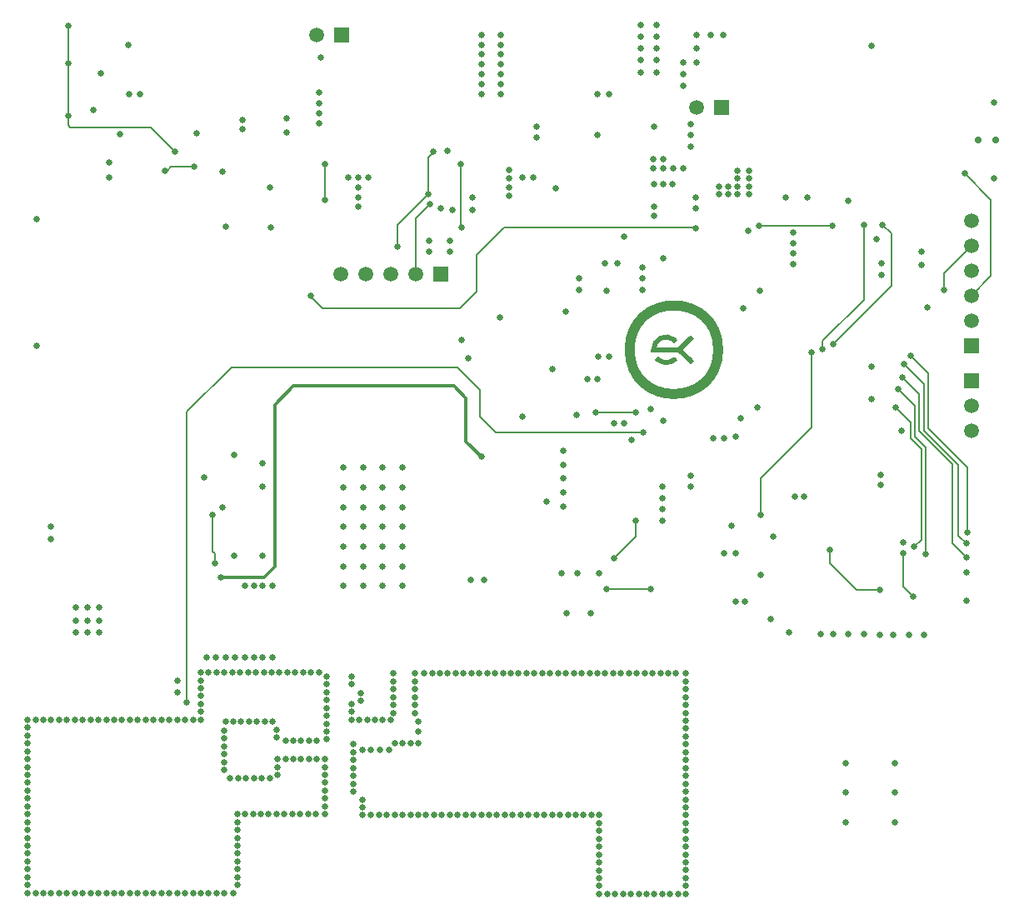
<source format=gbr>
%TF.GenerationSoftware,Altium Limited,Altium Designer,20.2.6 (244)*%
G04 Layer_Physical_Order=4*
G04 Layer_Color=16711680*
%FSLAX45Y45*%
%MOMM*%
%TF.SameCoordinates,65E78103-6D03-462D-AAE3-041F84C347C7*%
%TF.FilePolarity,Positive*%
%TF.FileFunction,Copper,L4,Bot,Signal*%
%TF.Part,Single*%
G01*
G75*
%TA.AperFunction,Conductor*%
%ADD76C,0.30000*%
%ADD77C,0.20000*%
%TA.AperFunction,ComponentPad*%
%ADD80R,1.50000X1.50000*%
%ADD81C,1.50000*%
%ADD82C,0.70000*%
%ADD83R,1.50000X1.50000*%
%TA.AperFunction,ViaPad*%
%ADD84C,0.65000*%
%TA.AperFunction,NonConductor*%
%ADD85C,0.50000*%
%ADD86C,1.00000*%
G36*
X6860008Y5714992D02*
X6822003Y5676996D01*
X6786994Y5712006D01*
X6824998Y5750001D01*
X6860008Y5714992D01*
D02*
G37*
G36*
X6696998Y5701002D02*
X6662001Y5665999D01*
X6644000Y5684000D01*
X6678000Y5720000D01*
X6696998Y5701002D01*
D02*
G37*
G36*
X6460000Y5575000D02*
X6425000D01*
Y5600000D01*
X6460000D01*
Y5575000D01*
D02*
G37*
G36*
X6515142Y5516857D02*
X6480152Y5481848D01*
X6462503Y5499496D01*
X6497494Y5534506D01*
X6515142Y5516857D01*
D02*
G37*
G36*
X6696026Y5498974D02*
X6677999Y5480001D01*
X6647000Y5519000D01*
X6661493Y5533507D01*
X6696026Y5498974D01*
D02*
G37*
G36*
X6860004Y5484996D02*
X6824999Y5450001D01*
X6807500Y5467500D01*
X6842505Y5502495D01*
X6860004Y5484996D01*
D02*
G37*
D76*
X4540000Y4670000D02*
X4700000Y4510000D01*
X4540000Y4670000D02*
Y5110000D01*
X4420000Y5230000D02*
X4540000Y5110000D01*
X2600000Y5040000D02*
X2790000Y5230000D01*
X4420000D01*
X2600000Y3400000D02*
Y5040000D01*
X2050000Y3290000D02*
X2490000D01*
X2600000Y3400000D01*
D77*
X1342500Y7857500D02*
X1590000Y7610000D01*
X500000Y7880000D02*
X522500Y7857500D01*
X1342500D01*
X1710000Y4970000D02*
X2160000Y5420000D01*
X1710000Y2020000D02*
Y4970000D01*
X9680000Y6148000D02*
X9880000Y6348000D01*
Y7120000D01*
X9610000Y7390000D02*
X9880000Y7120000D01*
X4930000Y6840000D02*
X6872500D01*
X6880000Y6832500D01*
X4690000Y4920000D02*
Y5190000D01*
Y4920000D02*
X4850000Y4760000D01*
X4460000Y5420000D02*
X4690000Y5190000D01*
X4850000Y4760000D02*
X6350000D01*
X9400000Y6210500D02*
Y6376000D01*
X2970000Y6140000D02*
Y6150000D01*
Y6140000D02*
X3090000Y6020000D01*
X1990000Y3430000D02*
Y3532530D01*
X1970000Y3552530D02*
X1990000Y3532530D01*
X1970000Y3552530D02*
Y3920000D01*
X8280000Y5660000D02*
X8870000Y6250000D01*
X8780000Y6870000D02*
X8870000Y6780000D01*
Y6250000D02*
Y6780000D01*
X6270000Y3700000D02*
Y3860000D01*
X6050000Y3480000D02*
X6270000Y3700000D01*
X4490000Y6850000D02*
Y7490000D01*
Y6850000D02*
X4500000Y6840000D01*
X3110000Y7120000D02*
Y7490000D01*
X4034000Y6370000D02*
Y6934000D01*
X4180000Y7080000D01*
X3850000Y6870000D02*
X4160000Y7180000D01*
Y7557470D01*
X4210000Y7607470D01*
Y7610000D01*
X3850000Y6650000D02*
Y6870000D01*
X2160000Y5420000D02*
X4460000D01*
X5970000Y3170000D02*
X6420000D01*
X5860000Y4960000D02*
X6270000D01*
X500000Y8510000D02*
Y8890000D01*
Y7980000D02*
Y8510000D01*
Y7880000D02*
Y7980000D01*
X1547589Y7460000D02*
X1780000D01*
X1507589Y7420000D02*
X1547589Y7460000D01*
X1490000Y7420000D02*
X1507589D01*
X3090000Y6020000D02*
X4480000D01*
X4650000Y6190000D02*
Y6560000D01*
X4480000Y6020000D02*
X4650000Y6190000D01*
Y6560000D02*
X4930000Y6840000D01*
X7540000Y3920000D02*
Y4290000D01*
X8060000Y4810000D01*
X9100000Y3600000D02*
X9170000Y3670000D01*
Y4590000D01*
X9060000Y4700000D02*
X9170000Y4590000D01*
X9060000Y4700000D02*
Y4860000D01*
X8910000Y5010000D02*
X9060000Y4860000D01*
X9110000Y4720000D02*
Y5030000D01*
X8980000Y5320000D02*
X9150000Y5150000D01*
X8940000Y5200000D02*
X9110000Y5030000D01*
X9150000Y4775459D02*
Y5150000D01*
X9200000Y4780000D02*
Y5250000D01*
X9000000Y5450000D02*
X9200000Y5250000D01*
X9220000Y3520000D02*
Y4610000D01*
X9110000Y4720000D02*
X9220000Y4610000D01*
X9150000Y4775459D02*
X9490000Y4435459D01*
Y3630000D02*
Y4435459D01*
Y3630000D02*
X9630000Y3490000D01*
X9200000Y4780000D02*
X9550000Y4430000D01*
Y3710000D02*
Y4430000D01*
X8060000Y4810000D02*
Y5570000D01*
X9550000Y3710000D02*
X9630000Y3630000D01*
X8990000Y3190000D02*
Y3530000D01*
Y3190000D02*
X9090000Y3090000D01*
X8240000Y3430000D02*
X8509999Y3160001D01*
X8240000Y3430000D02*
Y3570000D01*
X8509999Y3160001D02*
X8750001D01*
X8590000Y6110000D02*
Y6870000D01*
X8170000Y5690000D02*
X8590000Y6110000D01*
X8170000Y5610000D02*
Y5690000D01*
X9400000Y6376000D02*
X9680000Y6656000D01*
X9640000Y3740000D02*
Y4400000D01*
X9240000Y4800000D02*
X9640000Y4400000D01*
X9240000Y4800000D02*
Y5360000D01*
X9060000Y5540000D02*
X9240000Y5360000D01*
X7520000Y6860000D02*
X8270000D01*
D80*
X7140000Y8060000D02*
D03*
X4288000Y6370000D02*
D03*
X3284000Y8800000D02*
D03*
D81*
X6886000Y8060000D02*
D03*
X3272000Y6370000D02*
D03*
X3526000D02*
D03*
X3780000D02*
D03*
X4034000D02*
D03*
X3030000Y8800000D02*
D03*
X9680000Y4776000D02*
D03*
Y5030000D02*
D03*
Y5894000D02*
D03*
Y6148000D02*
D03*
Y6402000D02*
D03*
Y6656000D02*
D03*
Y6910000D02*
D03*
D82*
X9750000Y7730000D02*
D03*
X9930000D02*
D03*
D83*
X9680000Y5284000D02*
D03*
Y5640000D02*
D03*
D84*
X920000Y7500000D02*
D03*
Y7350000D02*
D03*
X2100000Y6850000D02*
D03*
X2070000Y7412500D02*
D03*
X2550000Y7250000D02*
D03*
X2560000Y6840000D02*
D03*
X1030000Y7790000D02*
D03*
X180000Y5640000D02*
D03*
Y6930000D02*
D03*
X3130000Y2200000D02*
D03*
Y2280000D02*
D03*
X3380000Y2280000D02*
D03*
X4360000Y7620000D02*
D03*
X6460000Y7050000D02*
D03*
Y6960000D02*
D03*
X2340000Y1820000D02*
D03*
X2710000Y1630000D02*
D03*
X2480000Y3510000D02*
D03*
X2190000D02*
D03*
X2300000Y3200000D02*
D03*
X2390000D02*
D03*
X4610000Y7020000D02*
D03*
Y7150000D02*
D03*
X4380000Y6600000D02*
D03*
Y6710000D02*
D03*
X4170000Y6600000D02*
D03*
X7890000Y4110000D02*
D03*
X3050000Y2320000D02*
D03*
X2970000D02*
D03*
X2890000D02*
D03*
X2810000D02*
D03*
X1930000Y2320000D02*
D03*
X2570000Y2320000D02*
D03*
X2650000D02*
D03*
X2730000D02*
D03*
X2010000D02*
D03*
X2090000D02*
D03*
X2170000D02*
D03*
X2250000D02*
D03*
X2330000D02*
D03*
X2410000D02*
D03*
X2490000D02*
D03*
X1850000Y2320000D02*
D03*
X1850000Y2240000D02*
D03*
Y2160000D02*
D03*
Y2080000D02*
D03*
Y2000000D02*
D03*
Y1920000D02*
D03*
Y1840000D02*
D03*
X1210000Y1840000D02*
D03*
X1130000D02*
D03*
X1050000D02*
D03*
X1770000D02*
D03*
X1690000D02*
D03*
X1610000D02*
D03*
X1530000D02*
D03*
X1450000D02*
D03*
X1370000D02*
D03*
X1290000D02*
D03*
X970000Y1840000D02*
D03*
X330000Y1840000D02*
D03*
X250000D02*
D03*
X170000D02*
D03*
X890000D02*
D03*
X810000D02*
D03*
X730000D02*
D03*
X650000D02*
D03*
X570000D02*
D03*
X490000D02*
D03*
X410000D02*
D03*
X90000Y1040000D02*
D03*
X90000Y1680000D02*
D03*
Y1760000D02*
D03*
Y1840000D02*
D03*
Y1120000D02*
D03*
Y1200000D02*
D03*
Y1280000D02*
D03*
Y1360000D02*
D03*
Y1440000D02*
D03*
Y1520000D02*
D03*
Y1600000D02*
D03*
X90000Y160000D02*
D03*
X90000Y800000D02*
D03*
Y880000D02*
D03*
Y960000D02*
D03*
Y240000D02*
D03*
Y320000D02*
D03*
Y400000D02*
D03*
Y480000D02*
D03*
Y560000D02*
D03*
Y640000D02*
D03*
Y720000D02*
D03*
X170000Y80000D02*
D03*
X250000D02*
D03*
X330000D02*
D03*
X90000D02*
D03*
X410000Y80000D02*
D03*
X1050000Y80000D02*
D03*
X1130000D02*
D03*
X1210000D02*
D03*
X490000D02*
D03*
X570000D02*
D03*
X650000D02*
D03*
X730000D02*
D03*
X810000D02*
D03*
X890000D02*
D03*
X970000D02*
D03*
X1290000Y80000D02*
D03*
X1930000Y80000D02*
D03*
X2010000D02*
D03*
X2090000D02*
D03*
X1370000D02*
D03*
X1450000D02*
D03*
X1530000D02*
D03*
X1610000D02*
D03*
X1690000D02*
D03*
X1770000D02*
D03*
X1850000D02*
D03*
X5880000Y2310000D02*
D03*
X6520000Y2310000D02*
D03*
X6600000D02*
D03*
X6680000D02*
D03*
X5960000D02*
D03*
X6040000D02*
D03*
X6120000D02*
D03*
X6200000D02*
D03*
X6280000D02*
D03*
X6360000D02*
D03*
X6440000D02*
D03*
X5000000Y2310000D02*
D03*
X5640000Y2310000D02*
D03*
X5720000D02*
D03*
X5800000D02*
D03*
X5080000D02*
D03*
X5160000D02*
D03*
X5240000D02*
D03*
X5320000D02*
D03*
X5400000D02*
D03*
X5480000D02*
D03*
X5560000D02*
D03*
X4120000Y2310000D02*
D03*
X4760000Y2310000D02*
D03*
X4840000D02*
D03*
X4920000D02*
D03*
X4200000D02*
D03*
X4280000D02*
D03*
X4360000D02*
D03*
X4440000D02*
D03*
X4520000D02*
D03*
X4600000D02*
D03*
X4680000D02*
D03*
X6780000Y2070000D02*
D03*
Y1990000D02*
D03*
Y1910000D02*
D03*
Y2310000D02*
D03*
Y2230000D02*
D03*
Y2150000D02*
D03*
X6780000Y1830000D02*
D03*
X6780000Y1190000D02*
D03*
Y1110000D02*
D03*
Y1030000D02*
D03*
Y1750000D02*
D03*
Y1670000D02*
D03*
Y1590000D02*
D03*
Y1510000D02*
D03*
Y1430000D02*
D03*
Y1350000D02*
D03*
Y1270000D02*
D03*
X6780006Y951222D02*
D03*
X6780007Y311222D02*
D03*
Y231222D02*
D03*
Y151222D02*
D03*
Y871222D02*
D03*
Y791222D02*
D03*
Y711222D02*
D03*
Y631222D02*
D03*
Y551222D02*
D03*
Y471222D02*
D03*
Y391222D02*
D03*
X6780000Y70000D02*
D03*
X6700000Y70000D02*
D03*
X6060000Y70000D02*
D03*
X5980000D02*
D03*
X5900000D02*
D03*
X6620000D02*
D03*
X6540000D02*
D03*
X6460000D02*
D03*
X6380000D02*
D03*
X6300000D02*
D03*
X6220000D02*
D03*
X6140000D02*
D03*
X8720000Y6720000D02*
D03*
X1120000Y8200000D02*
D03*
X3480000Y2030000D02*
D03*
Y2110000D02*
D03*
X3760000Y1530000D02*
D03*
X3670000D02*
D03*
X3580000D02*
D03*
X5420000Y5400000D02*
D03*
X7790000Y7150000D02*
D03*
X2720000Y7810000D02*
D03*
X7240000Y3810000D02*
D03*
X8760000Y4330000D02*
D03*
Y4230000D02*
D03*
X8970000Y4780000D02*
D03*
X8670000Y5100000D02*
D03*
Y5430000D02*
D03*
X7360000Y6020000D02*
D03*
X6150000Y6750000D02*
D03*
X5460000Y7240000D02*
D03*
X5120000Y7350000D02*
D03*
X5230000D02*
D03*
X4700000Y8200000D02*
D03*
Y8300000D02*
D03*
Y8400000D02*
D03*
Y8500000D02*
D03*
Y8600000D02*
D03*
Y8700000D02*
D03*
Y8800000D02*
D03*
X4900000D02*
D03*
Y8700000D02*
D03*
Y8600000D02*
D03*
Y8500000D02*
D03*
Y8400000D02*
D03*
Y8300000D02*
D03*
Y8200000D02*
D03*
X6750000Y8280000D02*
D03*
Y8400000D02*
D03*
Y8520000D02*
D03*
X6890000D02*
D03*
Y8660000D02*
D03*
Y8800000D02*
D03*
X7030000D02*
D03*
X7160000D02*
D03*
X6830000Y7890000D02*
D03*
Y7780000D02*
D03*
Y7660000D02*
D03*
X7410000Y6810000D02*
D03*
X7870000Y6470000D02*
D03*
Y6580000D02*
D03*
Y6680000D02*
D03*
Y6790000D02*
D03*
X8010000Y7150000D02*
D03*
X8430000Y7110000D02*
D03*
X9170000Y6600000D02*
D03*
X9910000Y7340000D02*
D03*
Y8110000D02*
D03*
X8670000Y8690000D02*
D03*
X6420000Y5000000D02*
D03*
X7290000Y4720000D02*
D03*
X7170000Y4700000D02*
D03*
X7060000D02*
D03*
X7340000Y4900000D02*
D03*
X8900000Y1100000D02*
D03*
X8400000D02*
D03*
Y800000D02*
D03*
X8900000D02*
D03*
Y1400000D02*
D03*
X8400000D02*
D03*
X7640000Y2860000D02*
D03*
X7830000Y2730000D02*
D03*
X8150000Y2710000D02*
D03*
X8280000D02*
D03*
X8430000D02*
D03*
X8590000D02*
D03*
X8750000Y2700000D02*
D03*
X8890000D02*
D03*
X9050000D02*
D03*
X9200000D02*
D03*
X9630000Y3050000D02*
D03*
Y3340000D02*
D03*
X8990000Y3640000D02*
D03*
X5530000Y4150000D02*
D03*
Y4290000D02*
D03*
Y4430000D02*
D03*
Y4570000D02*
D03*
X5360000Y4060000D02*
D03*
X5530000Y4010000D02*
D03*
X5900000Y3330000D02*
D03*
X5680000D02*
D03*
X5520000D02*
D03*
X5810000Y2920000D02*
D03*
X5570000D02*
D03*
X4590000Y3260000D02*
D03*
X4730000D02*
D03*
X3700000Y3400000D02*
D03*
X3500000D02*
D03*
X3300000D02*
D03*
Y3200000D02*
D03*
X3500000D02*
D03*
X3700000D02*
D03*
X3900000D02*
D03*
Y3400000D02*
D03*
Y3600000D02*
D03*
X3700000D02*
D03*
X3500000D02*
D03*
X3300000D02*
D03*
Y3800000D02*
D03*
X3500000D02*
D03*
X3700000D02*
D03*
X3900000D02*
D03*
Y4000000D02*
D03*
X3700000D02*
D03*
X3500000D02*
D03*
X3300000D02*
D03*
Y4200000D02*
D03*
X3500000D02*
D03*
X3700000D02*
D03*
X3900000D02*
D03*
Y4400000D02*
D03*
X3700000D02*
D03*
X3500000D02*
D03*
X3300000D02*
D03*
X330000Y3800000D02*
D03*
Y3680000D02*
D03*
X1610000Y2120000D02*
D03*
Y2240000D02*
D03*
X1910000Y2470000D02*
D03*
X2000000D02*
D03*
X2100000D02*
D03*
X2200000D02*
D03*
X2300000D02*
D03*
X2390000D02*
D03*
X2480000D02*
D03*
X2580000D02*
D03*
X2480000Y3200000D02*
D03*
X2580000D02*
D03*
X2070000Y4000000D02*
D03*
X2480000Y4210000D02*
D03*
Y4450000D02*
D03*
X2190000Y4530000D02*
D03*
X1880000Y4300000D02*
D03*
X4170000Y6710000D02*
D03*
X4410000Y7020000D02*
D03*
X4290000Y7040000D02*
D03*
X4890000Y5930000D02*
D03*
X5690000Y6210000D02*
D03*
Y6330000D02*
D03*
X5560000Y5990000D02*
D03*
X5120000Y4920000D02*
D03*
X5670000Y4940000D02*
D03*
X6000000Y5530000D02*
D03*
X5890000D02*
D03*
X5970000Y6200000D02*
D03*
X5960000Y6480000D02*
D03*
X6080000D02*
D03*
X6550000Y6530000D02*
D03*
X6460000Y7870000D02*
D03*
X5880000Y7780000D02*
D03*
Y8200000D02*
D03*
X6000000D02*
D03*
X5260000Y7760000D02*
D03*
Y7870000D02*
D03*
X3450000Y7050000D02*
D03*
X3550000Y7350000D02*
D03*
X3450000Y7150000D02*
D03*
Y7250000D02*
D03*
Y7350000D02*
D03*
X3350000D02*
D03*
X3050000Y7900000D02*
D03*
Y8000000D02*
D03*
Y8100000D02*
D03*
Y8210000D02*
D03*
X3070000Y8570000D02*
D03*
X1810000Y7800000D02*
D03*
X1230000Y8200000D02*
D03*
X1110000Y8700000D02*
D03*
X760001Y8040000D02*
D03*
X830000Y8410000D02*
D03*
X2270000Y7840000D02*
D03*
X2270000Y7932501D02*
D03*
X6880000Y7040000D02*
D03*
Y7150000D02*
D03*
X8770000Y6360000D02*
D03*
Y6480000D02*
D03*
X7287500Y3040000D02*
D03*
X7380000Y3040000D02*
D03*
X7540000Y3310000D02*
D03*
X7670000Y3700000D02*
D03*
X7980000Y4110000D02*
D03*
X6540000Y4210000D02*
D03*
Y4090000D02*
D03*
Y3980000D02*
D03*
Y3860000D02*
D03*
X6320000Y8420000D02*
D03*
X6480000D02*
D03*
X6320000Y8540000D02*
D03*
X6480000D02*
D03*
Y8660000D02*
D03*
X6320000D02*
D03*
Y8780000D02*
D03*
X6480000D02*
D03*
Y8900000D02*
D03*
X6320000D02*
D03*
X3810000Y2310000D02*
D03*
Y2230000D02*
D03*
Y2150000D02*
D03*
Y2070000D02*
D03*
Y1990000D02*
D03*
Y1910000D02*
D03*
X4030000Y2310000D02*
D03*
Y2230000D02*
D03*
Y2150000D02*
D03*
Y2070000D02*
D03*
Y1990000D02*
D03*
Y1910000D02*
D03*
X4060000Y1820000D02*
D03*
X3460000Y1840000D02*
D03*
X3540000D02*
D03*
X3620000D02*
D03*
X3700000D02*
D03*
X3780000D02*
D03*
X3980000Y1600000D02*
D03*
X4060000D02*
D03*
Y1720000D02*
D03*
X3490000Y1530000D02*
D03*
X3820000Y1600000D02*
D03*
X3900000D02*
D03*
X2220000Y240000D02*
D03*
Y160000D02*
D03*
X2180000Y80000D02*
D03*
X2220000Y800000D02*
D03*
Y720000D02*
D03*
Y640000D02*
D03*
Y560000D02*
D03*
Y480000D02*
D03*
Y400000D02*
D03*
Y320000D02*
D03*
X2460000Y880000D02*
D03*
X2380000D02*
D03*
X2300000D02*
D03*
X2220000D02*
D03*
X3020000D02*
D03*
X2940000D02*
D03*
X2860000D02*
D03*
X2780000D02*
D03*
X2700000D02*
D03*
X2620000D02*
D03*
X2540000D02*
D03*
X5900000Y390000D02*
D03*
Y470000D02*
D03*
Y550000D02*
D03*
Y630000D02*
D03*
Y710000D02*
D03*
Y790000D02*
D03*
Y870000D02*
D03*
Y150000D02*
D03*
Y230000D02*
D03*
Y310000D02*
D03*
X5740000Y870000D02*
D03*
X5820000D02*
D03*
X5100000D02*
D03*
X5020000D02*
D03*
X4940000D02*
D03*
X4860000D02*
D03*
X4780000D02*
D03*
X4700000D02*
D03*
X4620000D02*
D03*
X5660000D02*
D03*
X5580000D02*
D03*
X5500000D02*
D03*
X5420000D02*
D03*
X5340000D02*
D03*
X5260000D02*
D03*
X5180000D02*
D03*
X4060000D02*
D03*
X4140000D02*
D03*
X4220000D02*
D03*
X4300000D02*
D03*
X4380000D02*
D03*
X4460000D02*
D03*
X4540000D02*
D03*
X3580000D02*
D03*
X3660000D02*
D03*
X3740000D02*
D03*
X3820000D02*
D03*
X3900000D02*
D03*
X3980000D02*
D03*
X3490000Y1030000D02*
D03*
Y950000D02*
D03*
Y870000D02*
D03*
X3400000Y1110000D02*
D03*
Y1190000D02*
D03*
Y1270000D02*
D03*
Y1350000D02*
D03*
Y1430000D02*
D03*
Y1510000D02*
D03*
Y1590000D02*
D03*
X3380000Y2200000D02*
D03*
X3380000Y2000000D02*
D03*
Y1920000D02*
D03*
Y1840000D02*
D03*
X3130000Y2120000D02*
D03*
Y2040000D02*
D03*
Y1960000D02*
D03*
Y1880000D02*
D03*
Y1800000D02*
D03*
Y1720000D02*
D03*
Y1640000D02*
D03*
X3030000Y1630000D02*
D03*
X2950000D02*
D03*
X2870000D02*
D03*
X2790000D02*
D03*
X2620000Y1660000D02*
D03*
X2420000Y1820000D02*
D03*
X2500000D02*
D03*
X2580000D02*
D03*
X2620000Y1740000D02*
D03*
X2100000Y1820000D02*
D03*
X2180000D02*
D03*
X2260000D02*
D03*
X2090000Y1730000D02*
D03*
Y1650000D02*
D03*
Y1570000D02*
D03*
Y1490000D02*
D03*
Y1410000D02*
D03*
Y1330000D02*
D03*
X2150000Y1250000D02*
D03*
X2230000D02*
D03*
X2310000D02*
D03*
X2390000D02*
D03*
X2470000D02*
D03*
X2550000D02*
D03*
X2630000Y1280000D02*
D03*
Y1360000D02*
D03*
Y1440000D02*
D03*
X2710000D02*
D03*
X2790000D02*
D03*
X2870000D02*
D03*
X2950000D02*
D03*
X3030000D02*
D03*
X3110000D02*
D03*
Y1360000D02*
D03*
Y1280000D02*
D03*
Y1200000D02*
D03*
Y1120000D02*
D03*
Y1040000D02*
D03*
Y960000D02*
D03*
Y880000D02*
D03*
X1710000Y2020000D02*
D03*
X6550000Y4880000D02*
D03*
X6150000Y4850000D02*
D03*
X9610000Y7390000D02*
D03*
X6880000Y6832500D02*
D03*
X4980000Y7430000D02*
D03*
X4700000Y4510000D02*
D03*
X2050000Y3290000D02*
D03*
X7520000Y6860000D02*
D03*
X8060000Y5570000D02*
D03*
X6270000Y3860000D02*
D03*
X8280000Y5660000D02*
D03*
X8170000Y5610000D02*
D03*
X6270000Y4960000D02*
D03*
X6350000Y4760000D02*
D03*
X9230000Y6030000D02*
D03*
X9400000Y6210500D02*
D03*
X4570000Y5510000D02*
D03*
X4980000Y7160000D02*
D03*
Y7250000D02*
D03*
Y7340000D02*
D03*
X7510000Y5010000D02*
D03*
X6230000Y4680000D02*
D03*
X6050000Y4850000D02*
D03*
X5780000Y5300000D02*
D03*
X5880000D02*
D03*
X6340000Y6210000D02*
D03*
Y6330000D02*
D03*
Y6440000D02*
D03*
X7530000Y6200000D02*
D03*
X6460000Y7280000D02*
D03*
X6550000D02*
D03*
X6640000D02*
D03*
X4500000Y5700000D02*
D03*
X580000Y2730000D02*
D03*
Y2850000D02*
D03*
X700000D02*
D03*
Y2730000D02*
D03*
X820000D02*
D03*
Y2850000D02*
D03*
Y2980000D02*
D03*
X700000D02*
D03*
X580000D02*
D03*
X2970000Y6150000D02*
D03*
X2720000Y7950000D02*
D03*
X1970000Y3920000D02*
D03*
X7170000Y3530000D02*
D03*
X7290000D02*
D03*
X6830000Y4320000D02*
D03*
Y4210000D02*
D03*
X7300000Y7260000D02*
D03*
X7420000Y7340000D02*
D03*
X7300000D02*
D03*
Y7420000D02*
D03*
X7420000Y7260000D02*
D03*
Y7420000D02*
D03*
X7300000Y7180000D02*
D03*
X7420000D02*
D03*
X8270000Y6860000D02*
D03*
X9170000Y6460000D02*
D03*
X6550000Y7540000D02*
D03*
X6450000D02*
D03*
Y7440000D02*
D03*
X6550000D02*
D03*
X6650000D02*
D03*
X6750000D02*
D03*
X7120566Y7178728D02*
D03*
X7120000Y7260000D02*
D03*
X7210000Y7260000D02*
D03*
Y7180000D02*
D03*
X4490000Y7490000D02*
D03*
X4500000Y6840000D02*
D03*
X3110000Y7120000D02*
D03*
Y7490000D02*
D03*
X4180000Y7080000D02*
D03*
X4160000Y7180000D02*
D03*
X4210000Y7610000D02*
D03*
X3850000Y6650000D02*
D03*
X1590000Y7610000D02*
D03*
X1990000Y3430000D02*
D03*
X6050000Y3480000D02*
D03*
X5970000Y3170000D02*
D03*
X6420000D02*
D03*
X5860000Y4960000D02*
D03*
X500000Y7980000D02*
D03*
Y8510000D02*
D03*
Y8890000D02*
D03*
X1490000Y7420000D02*
D03*
X1780000Y7460000D02*
D03*
X9100000Y3600000D02*
D03*
X9000000Y5450000D02*
D03*
X8980000Y5320000D02*
D03*
X8910000Y5010000D02*
D03*
X9220000Y3520000D02*
D03*
X8940000Y5200000D02*
D03*
X9630000Y3490000D02*
D03*
Y3630000D02*
D03*
X8990000Y3530000D02*
D03*
X8240000Y3570000D02*
D03*
X8750001Y3160001D02*
D03*
X9090000Y3090000D02*
D03*
X7540000Y3920000D02*
D03*
X8590000Y6870000D02*
D03*
X8780000D02*
D03*
X9640000Y3740000D02*
D03*
X9060000Y5540000D02*
D03*
D85*
X6497679Y5499385D02*
G03*
X6661210Y5498487I82321J100615D01*
G01*
Y5701513D02*
G03*
X6450000Y5600000I-81211J-101513D01*
G01*
X6710000D02*
X6825000Y5485000D01*
X6710000Y5600000D02*
X6825000Y5715000D01*
X6660000Y5600000D02*
X6710000D01*
X6460000D02*
X6660000D01*
D86*
X6208000D02*
G03*
X6208006Y5602278I450000J0D01*
G01*
%TF.MD5,c69c372a82fc069fed0b6b67e69bcaf3*%
M02*

</source>
